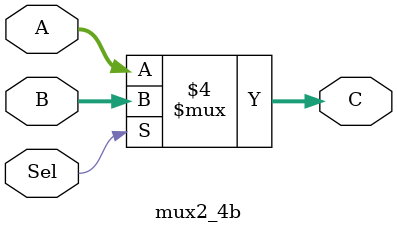
<source format=v>
`timescale 1ns / 1ps


module mux2_4b(
    input wire Sel,
    input wire [3:0] A,
    input wire [3:0] B,
    output reg [3:0] C
    );
    always@(*) begin
        if(!Sel) C = A;
        else C = B;
    end
endmodule

</source>
